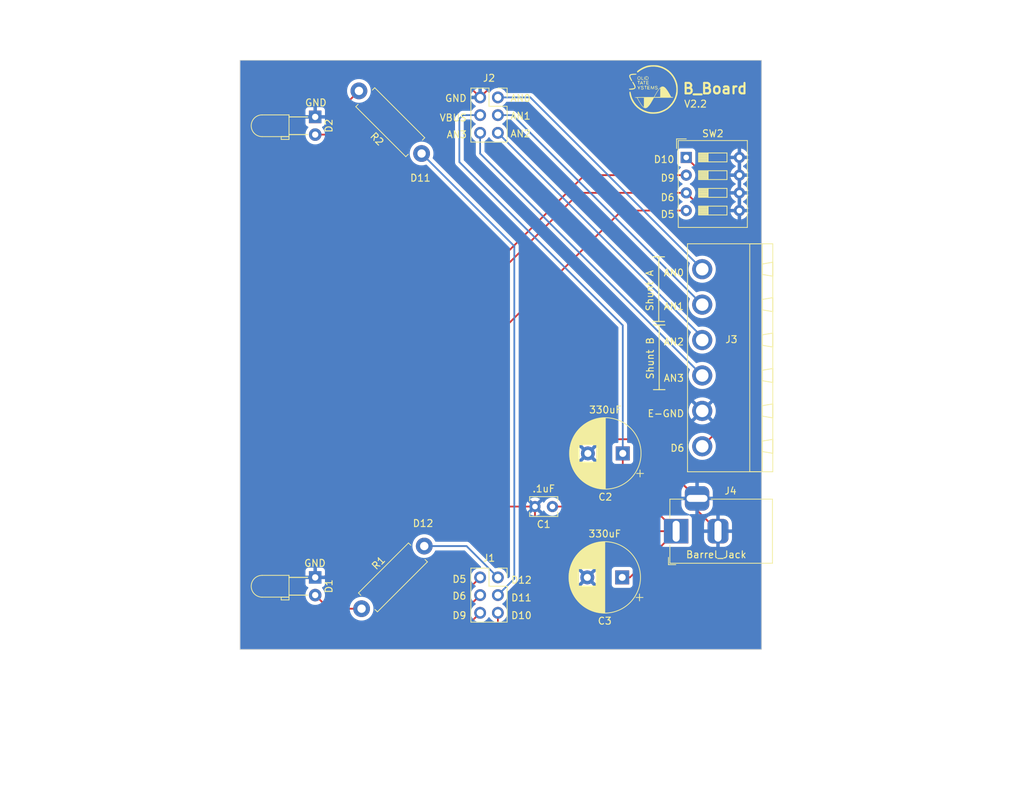
<source format=kicad_pcb>
(kicad_pcb (version 20221018) (generator pcbnew)
  (title_block (title "Bottom Board") (date "2023-03-09") (rev "0"))
  (layers (0 "F.Cu" signal) (31 "B.Cu" signal) (34 "B.Paste" user) (35 "F.Paste" user) (36 "B.SilkS" user "B.Silkscreen") (37 "F.SilkS" user "F.Silkscreen") (38 "B.Mask" user) (39 "F.Mask" user) (44 "Edge.Cuts" user))
  (net 0 "")
  (net 1 "AN3")
  (net 2 "GND")
  (net 3 "AN2")
  (net 4 "AN0")
  (net 5 "AN1")
  (net 6 "D9")
  (net 7 "D6")
  (net 8 "D5")
  (net 9 "VBUS")
  (net 10 "Net-(D1-A)")
  (net 11 "Net-(D2-A)")
  (net 12 "D10")
  (net 13 "D11")
  (net 14 "D12")
  (footprint "Capacitor_THT:C_Disc_D3.8mm_W2.6mm_P2.50mm" (layer "F.Cu") (at 144.78 127 180)
    (fp_text reference "C1" (at 1.25 -2.55 180) (layer "F.SilkS"))
    (fp_text value ".1uF" (at 1.25 2.55 180) (layer "F.SilkS"))
    (pad "1" thru_hole circle (at 0 0 180) (size 1.6 1.6) (drill 0.8) (layers "*.Cu" "*.Mask") (net 9 "VBUS"))
    (pad "2" thru_hole circle (at 2.5 0 180) (size 1.6 1.6) (drill 0.8) (layers "*.Cu" "*.Mask") (net 2 "GND"))
  )
  (footprint "Capacitor_THT:CP_Radial_D10.0mm_P5.00mm" (layer "F.Cu") (at 154.86 119.38 180)
    (fp_text reference "C2" (at 2.5 -6.25 180) (layer "F.SilkS"))
    (fp_text value "330uF" (at 2.5 6.25 180) (layer "F.SilkS"))
    (pad "1" thru_hole rect (at 0 0 180) (size 2 2) (drill 1) (layers "*.Cu" "*.Mask") (net 9 "VBUS"))
    (pad "2" thru_hole circle (at 5 0 180) (size 2 2) (drill 1) (layers "*.Cu" "*.Mask") (net 2 "GND"))
  )
  (footprint "LOGO" (layer "F.Cu") (at 159.258 67.183)
    (fp_text reference "G***" hide)
    (fp_text value "LOGO" hide)
  )
  (footprint "Capacitor_THT:CP_Radial_D10.0mm_P5.00mm" (layer "F.Cu") (at 154.78 137.16 180)
    (fp_text reference "C3" (at 2.5 -6.25 180) (layer "F.SilkS"))
    (fp_text value "330uF" (at 2.5 6.25 180) (layer "F.SilkS"))
    (pad "1" thru_hole rect (at 0 0 180) (size 2 2) (drill 1) (layers "*.Cu" "*.Mask") (net 9 "VBUS"))
    (pad "2" thru_hole circle (at 5 0 180) (size 2 2) (drill 1) (layers "*.Cu" "*.Mask") (net 2 "GND"))
  )
  (footprint "Resistor_THT:R_Axial_DIN0411_L9.9mm_D3.6mm_P12.70mm_Horizontal" (layer "F.Cu") (at 117.429872 141.650128 45)
    (fp_text reference "R1" (at 6.35 -2.92 45) (layer "F.SilkS"))
    (fp_text value "65 ohms")
    (pad "1" thru_hole circle (at 0 0 45) (size 2.4 2.4) (drill 1.2) (layers "*.Cu" "*.Mask") (net 10 "Net-(D1-A)"))
    (pad "2" thru_hole oval (at 12.7 0 45) (size 2.4 2.4) (drill 1.2) (layers "*.Cu" "*.Mask") (net 14 "D12"))
  )
  (footprint "Connector_PinSocket_2.54mm:PinSocket_2x03_P2.54mm_Vertical" (layer "F.Cu") (at 136.961 68.326)
    (fp_text reference "J2" (at -1.27 -2.77) (layer "F.SilkS"))
    (fp_text value "Conn_02x03_Top_Bottom")
    (pad "1" thru_hole circle (at 0 0) (size 1.7 1.7) (drill 1) (layers "*.Cu" "*.Mask") (net 4 "AN0"))
    (pad "2" thru_hole oval (at -2.54 0) (size 1.7 1.7) (drill 1) (layers "*.Cu" "*.Mask") (net 2 "GND"))
    (pad "3" thru_hole oval (at 0 2.54) (size 1.7 1.7) (drill 1) (layers "*.Cu" "*.Mask") (net 5 "AN1"))
    (pad "4" thru_hole oval (at -2.54 2.54) (size 1.7 1.7) (drill 1) (layers "*.Cu" "*.Mask") (net 9 "VBUS"))
    (pad "5" thru_hole oval (at 0 5.08) (size 1.7 1.7) (drill 1) (layers "*.Cu" "*.Mask") (net 3 "AN2"))
    (pad "6" thru_hole oval (at -2.54 5.08) (size 1.7 1.7) (drill 1) (layers "*.Cu" "*.Mask") (net 1 "AN3"))
  )
  (footprint "Connector_Phoenix_MSTB:PhoenixContact_MSTBA_2,5_6-G-5,08_1x06_P5.08mm_Horizontal" (layer "F.Cu") (at 166.250125 118.364 90)
    (fp_text reference "J3" (at 15.320462 4.183875 180) (layer "F.SilkS"))
    (fp_text value "Screw_Terminal_01x06")
    (pad "1" thru_hole circle (at 0 0 90) (size 2.88 2.88) (drill 1.8) (layers "*.Cu" "*.Mask") (net 7 "D6"))
    (pad "2" thru_hole circle (at 5.08 0 90) (size 2.88 2.88) (drill 1.8) (layers "*.Cu" "*.Mask") (net 2 "GND"))
    (pad "3" thru_hole circle (at 10.16 0 90) (size 2.88 2.88) (drill 1.8) (layers "*.Cu" "*.Mask") (net 1 "AN3"))
    (pad "4" thru_hole circle (at 15.24 0 90) (size 2.88 2.88) (drill 1.8) (layers "*.Cu" "*.Mask") (net 3 "AN2"))
    (pad "5" thru_hole circle (at 20.32 0 90) (size 2.88 2.88) (drill 1.8) (layers "*.Cu" "*.Mask") (net 5 "AN1"))
    (pad "6" thru_hole circle (at 25.4 0 90) (size 2.88 2.88) (drill 1.8) (layers "*.Cu" "*.Mask") (net 4 "AN0"))
  )
  (footprint "Resistor_THT:R_Axial_DIN0411_L9.9mm_D3.6mm_P12.70mm_Horizontal" (layer "F.Cu") (at 117.048872 67.391872 -45)
    (fp_text reference "R2" (at 6.70921 3.053287 -45) (layer "F.SilkS"))
    (fp_text value "65 ohms")
    (pad "1" thru_hole circle (at 0 0 315) (size 2.4 2.4) (drill 1.2) (layers "*.Cu" "*.Mask") (net 11 "Net-(D2-A)"))
    (pad "2" thru_hole oval (at 12.7 0 315) (size 2.4 2.4) (drill 1.2) (layers "*.Cu" "*.Mask") (net 13 "D11"))
  )
  (footprint "Connector_PinSocket_2.54mm:PinSocket_2x03_P2.54mm_Vertical" (layer "F.Cu") (at 136.961 137.16)
    (fp_text reference "J1" (at -1.27 -2.77) (layer "F.SilkS"))
    (fp_text value "Conn_02x03_Top_Bottom")
    (pad "1" thru_hole circle (at 0 0) (size 1.7 1.7) (drill 1) (layers "*.Cu" "*.Mask") (net 14 "D12"))
    (pad "2" thru_hole oval (at -2.54 0) (size 1.7 1.7) (drill 1) (layers "*.Cu" "*.Mask") (net 8 "D5"))
    (pad "3" thru_hole oval (at 0 2.54) (size 1.7 1.7) (drill 1) (layers "*.Cu" "*.Mask") (net 13 "D11"))
    (pad "4" thru_hole oval (at -2.54 2.54) (size 1.7 1.7) (drill 1) (layers "*.Cu" "*.Mask") (net 7 "D6"))
    (pad "5" thru_hole oval (at 0 5.08) (size 1.7 1.7) (drill 1) (layers "*.Cu" "*.Mask") (net 12 "D10"))
    (pad "6" thru_hole oval (at -2.54 5.08) (size 1.7 1.7) (drill 1) (layers "*.Cu" "*.Mask") (net 6 "D9"))
  )
  (footprint "LED_THT:LED_D3.0mm_Horizontal_O3.81mm_Z10.0mm" (layer "F.Cu") (at 110.78 71.12 -90)
    (fp_text reference "D2" (at 1.27 -1.96 90) (layer "F.SilkS"))
    (fp_text value "LED")
    (pad "1" thru_hole rect (at 0 0 270) (size 1.8 1.8) (drill 0.9) (layers "*.Cu" "*.Mask") (net 2 "GND"))
    (pad "2" thru_hole circle (at 2.54 0 270) (size 1.8 1.8) (drill 0.9) (layers "*.Cu" "*.Mask") (net 11 "Net-(D2-A)"))
  )
  (footprint "Button_Switch_THT:SW_DIP_SPSTx04_Slide_9.78x12.34mm_W7.62mm_P2.54mm" (layer "F.Cu") (at 163.957 76.93323)
    (fp_text reference "SW2" (at 3.81 -3.42) (layer "F.SilkS"))
    (fp_text value "SW_DIP_x04")
    (pad "1" thru_hole rect (at 0 0) (size 1.6 1.6) (drill 0.8) (layers "*.Cu" "*.Mask") (net 12 "D10"))
    (pad "2" thru_hole oval (at 0 2.54) (size 1.6 1.6) (drill 0.8) (layers "*.Cu" "*.Mask") (net 6 "D9"))
    (pad "3" thru_hole oval (at 0 5.08) (size 1.6 1.6) (drill 0.8) (layers "*.Cu" "*.Mask") (net 7 "D6"))
    (pad "4" thru_hole oval (at 0 7.62) (size 1.6 1.6) (drill 0.8) (layers "*.Cu" "*.Mask") (net 8 "D5"))
    (pad "5" thru_hole oval (at 7.62 7.62) (size 1.6 1.6) (drill 0.8) (layers "*.Cu" "*.Mask") (net 2 "GND"))
    (pad "6" thru_hole oval (at 7.62 5.08) (size 1.6 1.6) (drill 0.8) (layers "*.Cu" "*.Mask") (net 2 "GND"))
    (pad "7" thru_hole oval (at 7.62 2.54) (size 1.6 1.6) (drill 0.8) (layers "*.Cu" "*.Mask") (net 2 "GND"))
    (pad "8" thru_hole oval (at 7.62 0) (size 1.6 1.6) (drill 0.8) (layers "*.Cu" "*.Mask") (net 2 "GND"))
  )
  (footprint "LED_THT:LED_D3.0mm_Horizontal_O3.81mm_Z10.0mm" (layer "F.Cu") (at 110.78 137.16 -90)
    (fp_text reference "D1" (at 1.27 -1.96 90) (layer "F.SilkS"))
    (fp_text value "LED")
    (pad "1" thru_hole rect (at 0 0 270) (size 1.8 1.8) (drill 0.9) (layers "*.Cu" "*.Mask") (net 2 "GND"))
    (pad "2" thru_hole circle (at 2.54 0 270) (size 1.8 1.8) (drill 0.9) (layers "*.Cu" "*.Mask") (net 10 "Net-(D1-A)"))
  )
  (footprint "Connector_BarrelJack:BarrelJack_Horizontal" (layer "F.Cu") (at 162.510337 130.533256 180)
    (fp_text reference "J4" (at -7.796663 5.772718 180) (layer "F.SilkS"))
    (fp_text value "Barrel_Jack" (at -5.746 -3.3605) (layer "F.SilkS"))
    (pad "1" thru_hole rect (at 0 0 180) (size 3.5 3.5) (drill oval 1 3) (layers "*.Cu" "*.Mask") (net 9 "VBUS"))
    (pad "2" thru_hole roundrect (at -6 0 180) (size 3 3.5) (drill oval 1 3) (layers "*.Cu" "*.Mask") (net 2 "GND"))
    (pad "3" thru_hole roundrect (at -3 4.7 180) (size 3.5 3.5) (drill oval 3 1) (layers "*.Cu" "*.Mask") (net 2 "GND"))
  )
  (gr_line (start 160.909 100.965) (end 159.258 100.965) (stroke (width 0.15)) (layer "F.SilkS"))
  (gr_line (start 160.909 110.236) (end 159.258 110.236) (stroke (width 0.15)) (layer "F.SilkS"))
  (gr_line (start 160.8455 100.457) (end 159.1945 100.457) (stroke (width 0.15)) (layer "F.SilkS"))
  (gr_line (start 160.02 100.457) (end 160.02 91.186) (stroke (width 0.15)) (layer "F.SilkS"))
  (gr_line (start 160.0835 110.236) (end 160.0835 100.965) (stroke (width 0.15)) (layer "F.SilkS"))
  (gr_line (start 160.8455 91.186) (end 159.1945 91.186) (stroke (width 0.15)) (layer "F.SilkS"))
  (gr_rect (start 100 63) (end 174.75 147.5) (stroke (width 0.1)) (fill none) (layer "Edge.Cuts"))
  (gr_text "VBUS" (at 130.556 71.247) (layer "F.SilkS") (effects (font (size 1 1))))
  (gr_text "V2.2" (at 163.576 69.85) (layer "F.SilkS") (effects (font (size 1 1)) (justify left bottom)))
  (gr_text "D10" (at 140.335 142.621) (layer "F.SilkS") (effects (font (size 1 1))))
  (gr_text "Shunt B" (at 159.373601 108.839 90) (layer "F.SilkS") (effects (font (size 1 1)) (justify left bottom)))
  (gr_text "GND" (at 130.937 68.453) (layer "F.SilkS") (effects (font (size 1 1))))
  (gr_text "AN2" (at 140.208 73.533) (layer "F.SilkS") (effects (font (size 1 1))))
  (gr_text "D9" (at 161.29 79.883) (layer "F.SilkS") (effects (font (size 1 1))))
  (gr_text "AN1" (at 140.208 70.993) (layer "F.SilkS") (effects (font (size 1 1))))
  (gr_text "B_Board" (at 163.322 67.945) (layer "F.SilkS") (effects (font (size 1.5 1.5) (thickness 0.3) bold) (justify left bottom)))
  (gr_text "D10" (at 160.782 77.216) (layer "F.SilkS") (effects (font (size 1 1))))
  (gr_text "GND" (at 110.871 69.088) (layer "F.SilkS") (effects (font (size 1 1))))
  (gr_text "D11" (at 125.857 79.883) (layer "F.SilkS") (effects (font (size 1 1))))
  (gr_text "GND" (at 110.744 135.128) (layer "F.SilkS") (effects (font (size 1 1))))
  (gr_text "AN3" (at 131.064 73.66) (layer "F.SilkS") (effects (font (size 1 1))))
  (gr_text "D5" (at 161.29 85.09) (layer "F.SilkS") (effects (font (size 1 1))))
  (gr_text "D12" (at 126.238 129.413) (layer "F.SilkS") (effects (font (size 1 1))))
  (gr_text "Shunt A" (at 159.310101 99.06 90) (layer "F.SilkS") (effects (font (size 1 1)) (justify left bottom)))
  (gr_text "D11" (at 140.335 140.081) (layer "F.SilkS") (effects (font (size 1 1))))
  (gr_text "D9" (at 131.445 142.621) (layer "F.SilkS") (effects (font (size 1 1))))
  (gr_text "E-GND" (at 161.036 113.665) (layer "F.SilkS") (effects (font (size 1 1))))
  (gr_text "D6" (at 162.687 118.618) (layer "F.SilkS") (effects (font (size 1 1))))
  (gr_text "AN2" (at 162.179 103.378) (layer "F.SilkS") (effects (font (size 1 1))))
  (gr_text "AN0" (at 140.208 68.453) (layer "F.SilkS") (effects (font (size 1 1))))
  (gr_text "AN3" (at 162.179 108.585) (layer "F.SilkS") (effects (font (size 1 1))))
  (gr_text "D6" (at 131.445 139.827) (layer "F.SilkS") (effects (font (size 1 1))))
  (gr_text "D12" (at 140.335 137.541) (layer "F.SilkS") (effects (font (size 1 1))))
  (gr_text "D6" (at 161.29 82.677) (layer "F.SilkS") (effects (font (size 1 1))))
  (gr_text "AN0" (at 162.179 93.472) (layer "F.SilkS") (effects (font (size 1 1))))
  (gr_text "D5" (at 131.445 137.414) (layer "F.SilkS") (effects (font (size 1 1))))
  (gr_text "AN1" (at 162.179 98.298) (layer "F.SilkS") (effects (font (size 1 1))))
  (segment (start 134.421 73.406) (end 134.421 76.374875) (width 0.25) (layer "B.Cu") (net 1))
  (segment (start 134.421 76.374875) (end 166.250125 108.204) (width 0.25) (layer "B.Cu") (net 1))
  (segment (start 112.014 137.16) (end 122.174 127) (width 0.25) (layer "F.Cu") (net 2))
  (segment (start 110.78 71.12) (end 110.78 68.671) (width 0.25) (layer "F.Cu") (net 2))
  (segment (start 142.28 127) (end 142.28 129.66) (width 0.25) (layer "F.Cu") (net 2))
  (segment (start 162.941 123.263919) (end 165.510337 125.833256) (width 0.25) (layer "F.Cu") (net 2))
  (segment (start 164.203875 115.323125) (end 162.941 116.586) (width 0.25) (layer "F.Cu") (net 2))
  (segment (start 164.211 115.323125) (end 164.203875 115.323125) (width 0.25) (layer "F.Cu") (net 2))
  (segment (start 165.510337 125.833256) (end 165.510337 127.533256) (width 0.25) (layer "F.Cu") (net 2))
  (segment (start 166.250125 113.284) (end 164.211 115.323125) (width 0.25) (layer "F.Cu") (net 2))
  (segment (start 142.28 129.66) (end 149.78 137.16) (width 0.25) (layer "F.Cu") (net 2))
  (segment (start 137.342 65.405) (end 134.421 68.326) (width 0.25) (layer "F.Cu") (net 2))
  (segment (start 151.257 74.676) (end 141.986 65.405) (width 0.25) (layer "F.Cu") (net 2))
  (segment (start 130.611 64.516) (end 134.421 68.326) (width 0.25) (layer "F.Cu") (net 2))
  (segment (start 165.510337 127.533256) (end 168.510337 130.533256) (width 0.25) (layer "F.Cu") (net 2))
  (segment (start 167.35723 76.93323) (end 165.1 74.676) (width 0.25) (layer "F.Cu") (net 2))
  (segment (start 162.941 116.586) (end 162.941 123.263919) (width 0.25) (layer "F.Cu") (net 2))
  (segment (start 171.577 84.582) (end 171.577 76.93323) (width 0.25) (layer "F.Cu") (net 2))
  (segment (start 151.892 117.348) (end 157.025081 117.348) (width 0.25) (layer "F.Cu") (net 2))
  (segment (start 110.78 137.16) (end 112.014 137.16) (width 0.25) (layer "F.Cu") (net 2))
  (segment (start 165.1 74.676) (end 151.257 74.676) (width 0.25) (layer "F.Cu") (net 2))
  (segment (start 110.78 68.671) (end 114.935 64.516) (width 0.25) (layer "F.Cu") (net 2))
  (segment (start 122.174 127) (end 142.28 127) (width 0.25) (layer "F.Cu") (net 2))
  (segment (start 149.86 119.38) (end 151.892 117.348) (width 0.25) (layer "F.Cu") (net 2))
  (segment (start 171.577 76.93323) (end 167.35723 76.93323) (width 0.25) (layer "F.Cu") (net 2))
  (segment (start 114.935 64.516) (end 130.611 64.516) (width 0.25) (layer "F.Cu") (net 2))
  (segment (start 141.986 65.405) (end 137.342 65.405) (width 0.25) (layer "F.Cu") (net 2))
  (segment (start 157.025081 117.348) (end 165.510337 125.833256) (width 0.25) (layer "F.Cu") (net 2))
  (segment (start 166.250125 113.284) (end 171.577 107.957125) (width 0.25) (layer "B.Cu") (net 2))
  (segment (start 149.86 119.38) (end 142.28 126.96) (width 0.25) (layer "B.Cu") (net 2))
  (segment (start 171.577 107.957125) (end 171.577 84.55323) (width 0.25) (layer "B.Cu") (net 2))
  (segment (start 142.28 126.96) (end 142.28 127) (width 0.25) (layer "B.Cu") (net 2))
  (segment (start 166.250125 102.695125) (end 166.250125 103.124) (width 0.25) (layer "B.Cu") (net 3))
  (segment (start 136.961 73.406) (end 166.250125 102.695125) (width 0.25) (layer "B.Cu") (net 3))
  (segment (start 136.961 68.326) (end 141.612125 68.326) (width 0.25) (layer "B.Cu") (net 4))
  (segment (start 141.612125 68.326) (end 166.250125 92.964) (width 0.25) (layer "B.Cu") (net 4))
  (segment (start 139.072125 70.866) (end 166.250125 98.044) (width 0.25) (layer "B.Cu") (net 5))
  (segment (start 136.961 70.866) (end 139.072125 70.866) (width 0.25) (layer "B.Cu") (net 5))
  (segment (start 104.267 144.78) (end 131.881 144.78) (width 0.25) (layer "F.Cu") (net 6))
  (segment (start 163.957 79.47323) (end 149.38077 79.47323) (width 0.25) (layer "F.Cu") (net 6))
  (segment (start 149.38077 79.47323) (end 101.6 127.254) (width 0.25) (layer "F.Cu") (net 6))
  (segment (start 101.6 142.113) (end 104.267 144.78) (width 0.25) (layer "F.Cu") (net 6))
  (segment (start 131.881 144.78) (end 134.421 142.24) (width 0.25) (layer "F.Cu") (net 6))
  (segment (start 101.6 127.254) (end 101.6 142.113) (width 0.25) (layer "F.Cu") (net 6))
  (segment (start 102.87 127.762) (end 148.61877 82.01323) (width 0.25) (layer "F.Cu") (net 7))
  (segment (start 166.116 84.17223) (end 163.957 82.01323) (width 0.25) (layer "F.Cu") (net 7))
  (segment (start 104.395396 144.272) (end 102.87 142.746604) (width 0.25) (layer "F.Cu") (net 7))
  (segment (start 166.116 86.741) (end 166.116 84.17223) (width 0.25) (layer "F.Cu") (net 7))
  (segment (start 129.849 144.272) (end 104.395396 144.272) (width 0.25) (layer "F.Cu") (net 7))
  (segment (start 166.250125 118.364) (end 170.561 114.053125) (width 0.25) (layer "F.Cu") (net 7))
  (segment (start 170.561 91.186) (end 166.116 86.741) (width 0.25) (layer "F.Cu") (net 7))
  (segment (start 134.421 139.7) (end 129.849 144.272) (width 0.25) (layer "F.Cu") (net 7))
  (segment (start 148.61877 82.01323) (end 163.957 82.01323) (width 0.25) (layer "F.Cu") (net 7))
  (segment (start 102.87 142.746604) (end 102.87 127.762) (width 0.25) (layer "F.Cu") (net 7))
  (segment (start 170.561 114.053125) (end 170.561 91.186) (width 0.25) (layer "F.Cu") (net 7))
  (segment (start 154.71477 84.55323) (end 104.775 134.493) (width 0.25) (layer "F.Cu") (net 8))
  (segment (start 127.889 143.822) (end 127.889 143.692) (width 0.25) (layer "F.Cu") (net 8))
  (segment (start 109.024 143.822) (end 127.889 143.822) (width 0.25) (layer "F.Cu") (net 8))
  (segment (start 104.775 134.493) (end 104.775 139.573) (width 0.25) (layer "F.Cu") (net 8))
  (segment (start 104.775 139.573) (end 109.024 143.822) (width 0.25) (layer "F.Cu") (net 8))
  (segment (start 127.889 143.692) (end 134.421 137.16) (width 0.25) (layer "F.Cu") (net 8))
  (segment (start 163.957 84.55323) (end 154.71477 84.55323) (width 0.25) (layer "F.Cu") (net 8))
  (segment (start 154.686 127) (end 158.219256 130.533256) (width 0.25) (layer "F.Cu") (net 9))
  (segment (start 154.86 122.882919) (end 162.510337 130.533256) (width 0.25) (layer "F.Cu") (net 9))
  (segment (start 155.883593 137.16) (end 154.78 137.16) (width 0.25) (layer "F.Cu") (net 9))
  (segment (start 144.78 127) (end 154.686 127) (width 0.25) (layer "F.Cu") (net 9))
  (segment (start 158.219256 130.533256) (end 162.510337 130.533256) (width 0.25) (layer "F.Cu") (net 9))
  (segment (start 154.86 119.38) (end 154.86 122.882919) (width 0.25) (layer "F.Cu") (net 9))
  (segment (start 162.510337 130.533256) (end 155.883593 137.16) (width 0.25) (layer "F.Cu") (net 9))
  (segment (start 131.445 71.374) (end 131.445 77.597) (width 0.25) (layer "B.Cu") (net 9))
  (segment (start 131.445 77.597) (end 154.86 101.012) (width 0.25) (layer "B.Cu") (net 9))
  (segment (start 154.86 101.012) (end 154.86 119.38) (width 0.25) (layer "B.Cu") (net 9))
  (segment (start 134.421 70.866) (end 131.953 70.866) (width 0.25) (layer "B.Cu") (net 9))
  (segment (start 131.953 70.866) (end 131.445 71.374) (width 0.25) (layer "B.Cu") (net 9))
  (segment (start 110.78 139.7) (end 112.730128 141.650128) (width 0.25) (layer "F.Cu") (net 10))
  (segment (start 112.730128 141.650128) (end 117.429872 141.650128) (width 0.25) (layer "F.Cu") (net 10))
  (segment (start 114.046 70.394744) (end 114.046 72.39) (width 0.25) (layer "F.Cu") (net 11))
  (segment (start 112.776 73.66) (end 110.78 73.66) (width 0.25) (layer "F.Cu") (net 11))
  (segment (start 117.048872 67.391872) (end 114.046 70.394744) (width 0.25) (layer "F.Cu") (net 11))
  (segment (start 114.046 72.39) (end 112.776 73.66) (width 0.25) (layer "F.Cu") (net 11))
  (segment (start 168.656 145.161) (end 172.339 141.478) (width 0.25) (layer "F.Cu") (net 12))
  (segment (start 172.339 141.478) (end 172.339 90.805) (width 0.25) (layer "F.Cu") (net 12))
  (segment (start 138.176 145.161) (end 168.656 145.161) (width 0.25) (layer "F.Cu") (net 12))
  (segment (start 167.513 80.48923) (end 163.957 76.93323) (width 0.25) (layer "F.Cu") (net 12))
  (segment (start 136.961 143.946) (end 138.176 145.161) (width 0.25) (layer "F.Cu") (net 12))
  (segment (start 136.961 142.24) (end 136.961 143.946) (width 0.25) (layer "F.Cu") (net 12))
  (segment (start 172.339 90.805) (end 167.513 85.979) (width 0.25) (layer "F.Cu") (net 12))
  (segment (start 167.513 85.979) (end 167.513 80.48923) (width 0.25) (layer "F.Cu") (net 12))
  (segment (start 136.961 139.7) (end 139.319 137.342) (width 0.25) (layer "B.Cu") (net 13))
  (segment (start 139.319 89.662) (end 126.029128 76.372128) (width 0.25) (layer "B.Cu") (net 13))
  (segment (start 139.319 137.342) (end 139.319 89.662) (width 0.25) (layer "B.Cu") (net 13))
  (segment (start 136.961 137.16) (end 132.470872 132.669872) (width 0.25) (layer "B.Cu") (net 14))
  (segment (start 132.470872 132.669872) (end 126.410128 132.669872) (width 0.25) (layer "B.Cu") (net 14))
  (zone (net 2) (net_name "GND") (layer "B.Cu") (connect_pads (clearance 0.5)) (min_thickness 0.25) (fill yes (thermal_gap 0.5) (thermal_bridge_width 0.5))
    (polygon (pts (xy 187.452 54.356) (xy 189.992 152.4) (xy 83.058 154.686) (xy 86.36 54.356)))
  )
)
</source>
